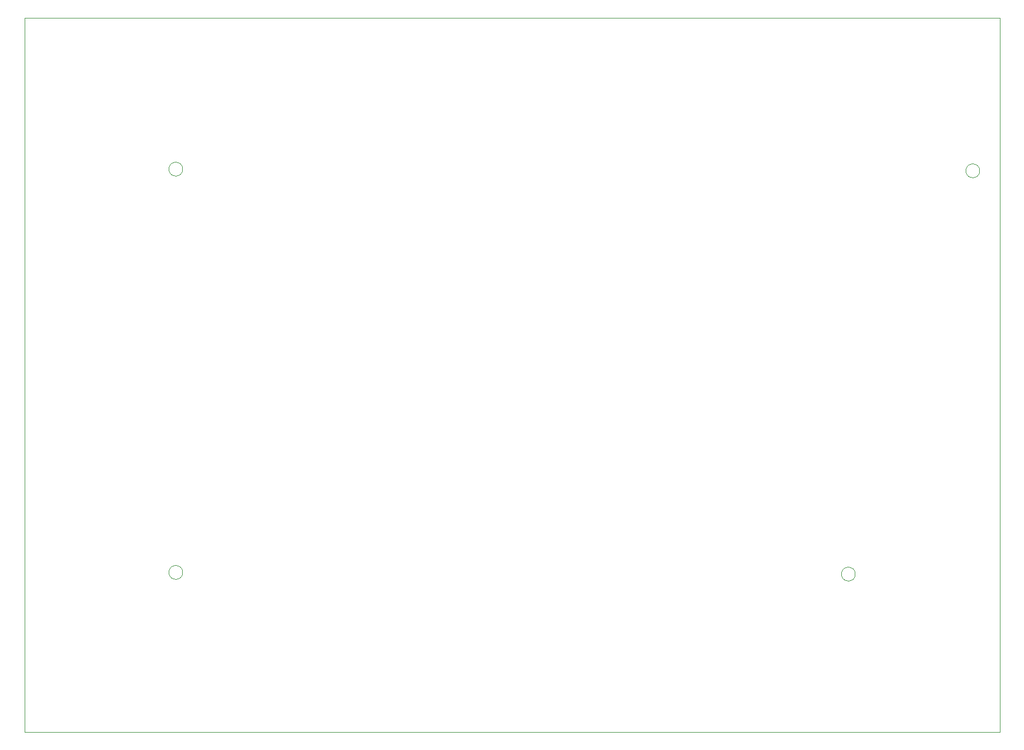
<source format=gm1>
G04 #@! TF.GenerationSoftware,KiCad,Pcbnew,(5.1.0)-1*
G04 #@! TF.CreationDate,2019-04-07T23:14:06+02:00*
G04 #@! TF.ProjectId,ModuleB,4d6f6475-6c65-4422-9e6b-696361645f70,v01*
G04 #@! TF.SameCoordinates,Original*
G04 #@! TF.FileFunction,Profile,NP*
%FSLAX46Y46*%
G04 Gerber Fmt 4.6, Leading zero omitted, Abs format (unit mm)*
G04 Created by KiCad (PCBNEW (5.1.0)-1) date 2019-04-07 23:14:06*
%MOMM*%
%LPD*%
G04 APERTURE LIST*
%ADD10C,0.050000*%
%ADD11C,0.025400*%
G04 APERTURE END LIST*
D10*
X42957269Y-107950000D02*
G75*
G03X42957269Y-107950000I-1047269J0D01*
G01*
X42957269Y-46990000D02*
G75*
G03X42957269Y-46990000I-1047269J0D01*
G01*
X163353269Y-47244000D02*
G75*
G03X163353269Y-47244000I-1047269J0D01*
G01*
X144557269Y-108204000D02*
G75*
G03X144557269Y-108204000I-1047269J0D01*
G01*
D11*
X166370000Y-24130000D02*
X19050000Y-24130000D01*
X19050000Y-132080000D02*
X166370000Y-132080000D01*
X19050000Y-24130000D02*
X19050000Y-132080000D01*
X166370000Y-24130000D02*
X166370000Y-132080000D01*
M02*

</source>
